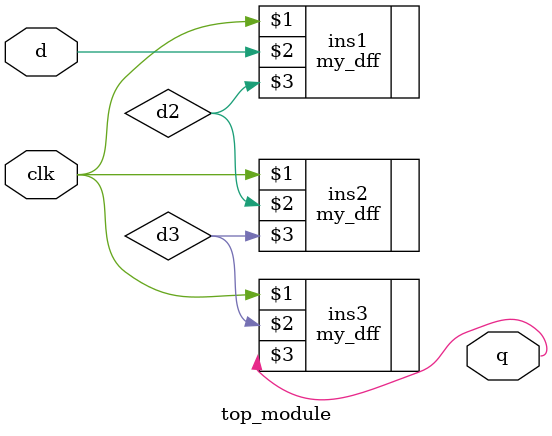
<source format=v>
module top_module ( input clk, input d, output q );
	wire d2, d3;	//Represents the connections between the D Flip Flops
    my_dff ins1(clk, d, d2);	//Instantiates the registers with the ports of the top module
    my_dff ins2(clk, d2, d3);
    my_dff ins3(clk, d3, q);
endmodule

</source>
